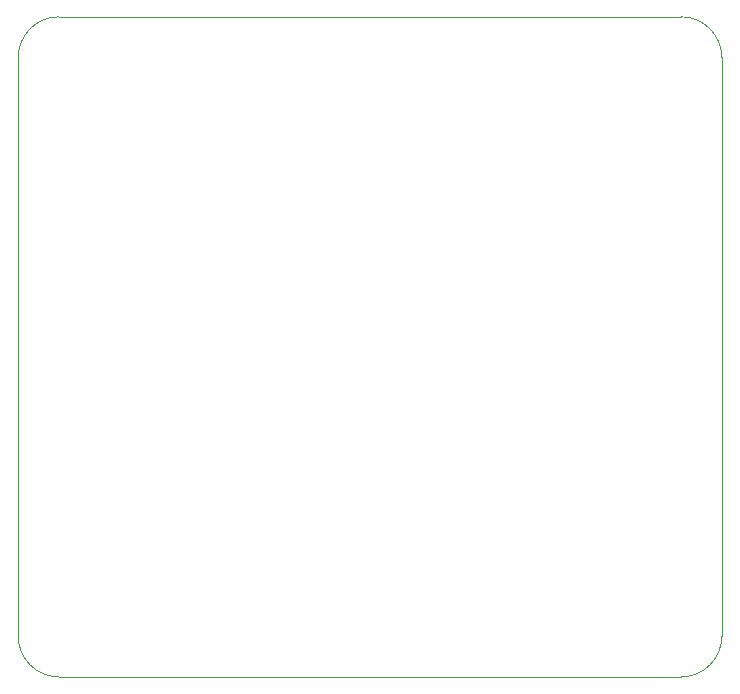
<source format=gm1>
G04 #@! TF.GenerationSoftware,KiCad,Pcbnew,7.0.10*
G04 #@! TF.CreationDate,2024-07-16T21:32:39-04:00*
G04 #@! TF.ProjectId,button_transmitter,62757474-6f6e-45f7-9472-616e736d6974,1.0*
G04 #@! TF.SameCoordinates,Original*
G04 #@! TF.FileFunction,Profile,NP*
%FSLAX46Y46*%
G04 Gerber Fmt 4.6, Leading zero omitted, Abs format (unit mm)*
G04 Created by KiCad (PCBNEW 7.0.10) date 2024-07-16 21:32:39*
%MOMM*%
%LPD*%
G01*
G04 APERTURE LIST*
G04 #@! TA.AperFunction,Profile*
%ADD10C,0.100000*%
G04 #@! TD*
G04 APERTURE END LIST*
D10*
X129660000Y-130190000D02*
X129659997Y-81199999D01*
X129660000Y-81199999D02*
G75*
G03*
X126210000Y-77750000I-3450000J-1D01*
G01*
X70090001Y-81199998D02*
X70089986Y-130189998D01*
X73539983Y-133639995D02*
X126210000Y-133640000D01*
X126210000Y-133640000D02*
G75*
G03*
X129660000Y-130190000I0J3450000D01*
G01*
X73539999Y-77750001D02*
G75*
G03*
X70090001Y-81199998I1J-3449999D01*
G01*
X126210000Y-77750000D02*
X73539999Y-77750002D01*
X70090005Y-130189998D02*
G75*
G03*
X73539983Y-133639995I3449995J-2D01*
G01*
M02*

</source>
